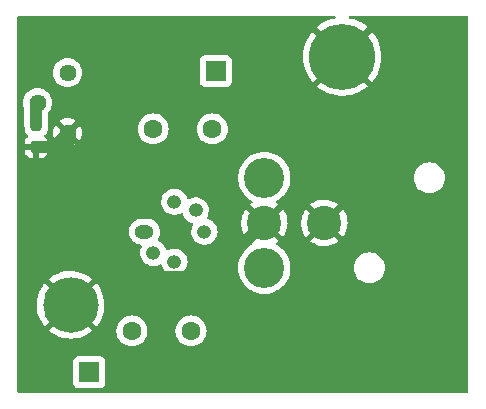
<source format=gbr>
%TF.GenerationSoftware,KiCad,Pcbnew,(6.0.4)*%
%TF.CreationDate,2022-05-05T09:19:18-04:00*%
%TF.ProjectId,preamp,70726561-6d70-42e6-9b69-6361645f7063,rev?*%
%TF.SameCoordinates,Original*%
%TF.FileFunction,Copper,L2,Bot*%
%TF.FilePolarity,Positive*%
%FSLAX46Y46*%
G04 Gerber Fmt 4.6, Leading zero omitted, Abs format (unit mm)*
G04 Created by KiCad (PCBNEW (6.0.4)) date 2022-05-05 09:19:18*
%MOMM*%
%LPD*%
G01*
G04 APERTURE LIST*
G04 Aperture macros list*
%AMRoundRect*
0 Rectangle with rounded corners*
0 $1 Rounding radius*
0 $2 $3 $4 $5 $6 $7 $8 $9 X,Y pos of 4 corners*
0 Add a 4 corners polygon primitive as box body*
4,1,4,$2,$3,$4,$5,$6,$7,$8,$9,$2,$3,0*
0 Add four circle primitives for the rounded corners*
1,1,$1+$1,$2,$3*
1,1,$1+$1,$4,$5*
1,1,$1+$1,$6,$7*
1,1,$1+$1,$8,$9*
0 Add four rect primitives between the rounded corners*
20,1,$1+$1,$2,$3,$4,$5,0*
20,1,$1+$1,$4,$5,$6,$7,0*
20,1,$1+$1,$6,$7,$8,$9,0*
20,1,$1+$1,$8,$9,$2,$3,0*%
G04 Aperture macros list end*
%TA.AperFunction,ComponentPad*%
%ADD10C,1.600000*%
%TD*%
%TA.AperFunction,ComponentPad*%
%ADD11C,5.600000*%
%TD*%
%TA.AperFunction,ComponentPad*%
%ADD12C,3.400000*%
%TD*%
%TA.AperFunction,ComponentPad*%
%ADD13C,2.900000*%
%TD*%
%TA.AperFunction,ComponentPad*%
%ADD14R,1.700000X1.700000*%
%TD*%
%TA.AperFunction,ComponentPad*%
%ADD15O,1.600000X1.200000*%
%TD*%
%TA.AperFunction,ComponentPad*%
%ADD16O,1.200000X1.200000*%
%TD*%
%TA.AperFunction,ComponentPad*%
%ADD17C,4.700000*%
%TD*%
%TA.AperFunction,ComponentPad*%
%ADD18C,1.440000*%
%TD*%
%TA.AperFunction,SMDPad,CuDef*%
%ADD19RoundRect,0.237500X-0.237500X0.250000X-0.237500X-0.250000X0.237500X-0.250000X0.237500X0.250000X0*%
%TD*%
%TA.AperFunction,ViaPad*%
%ADD20C,0.800000*%
%TD*%
%TA.AperFunction,Conductor*%
%ADD21C,1.000000*%
%TD*%
G04 APERTURE END LIST*
D10*
%TO.P,C3,1*%
%TO.N,Net-(C3-Pad1)*%
X104000000Y-75100000D03*
%TO.P,C3,2*%
%TO.N,Net-(C3-Pad2)*%
X109000000Y-75100000D03*
%TD*%
D11*
%TO.P,H2,1,1*%
%TO.N,GND*%
X120000000Y-69000000D03*
%TD*%
D12*
%TO.P,J1,1*%
%TO.N,Net-(J1-Pad1)*%
X113410000Y-86860000D03*
%TO.P,J1,2*%
%TO.N,Net-(J1-Pad2)*%
X113410000Y-79240000D03*
D13*
%TO.P,J1,3*%
%TO.N,GND*%
X113410000Y-83050000D03*
%TO.P,J1,G*%
X118490000Y-83050000D03*
%TD*%
D14*
%TO.P,TP1,1,1*%
%TO.N,Net-(C1-Pad1)*%
X98600000Y-95700000D03*
%TD*%
%TO.P,TP2,1,1*%
%TO.N,Net-(C3-Pad2)*%
X109300000Y-70200000D03*
%TD*%
D10*
%TO.P,C1,1*%
%TO.N,Net-(C1-Pad1)*%
X102200000Y-92200000D03*
%TO.P,C1,2*%
%TO.N,Net-(C1-Pad2)*%
X107200000Y-92200000D03*
%TD*%
D15*
%TO.P,Q1,1,S1*%
%TO.N,Net-(Q1-Pad1)*%
X103260000Y-83800000D03*
D16*
%TO.P,Q1,2,D1*%
%TO.N,Net-(J1-Pad1)*%
X104003949Y-85596051D03*
%TO.P,Q1,3,G1*%
%TO.N,Net-(C1-Pad2)*%
X105800000Y-86340000D03*
%TO.P,Q1,4,S2*%
%TO.N,Net-(Q1-Pad4)*%
X108340000Y-83800000D03*
%TO.P,Q1,5,D2*%
%TO.N,Net-(J1-Pad2)*%
X107596051Y-82003949D03*
%TO.P,Q1,6,G2*%
%TO.N,Net-(C3-Pad1)*%
X105800000Y-81260000D03*
%TD*%
D17*
%TO.P,H1,1,1*%
%TO.N,GND*%
X97000000Y-90000000D03*
%TD*%
D18*
%TO.P,RV1,1,1*%
%TO.N,Net-(Q2-Pad3)*%
X96750000Y-70350000D03*
%TO.P,RV1,2,2*%
%TO.N,Net-(C2-Pad1)*%
X94210000Y-72890000D03*
%TO.P,RV1,3,3*%
%TO.N,GND*%
X96750000Y-75430000D03*
%TD*%
D19*
%TO.P,C2,1*%
%TO.N,Net-(C2-Pad1)*%
X94100000Y-74787500D03*
%TO.P,C2,2*%
%TO.N,GND*%
X94100000Y-76612500D03*
%TD*%
D20*
%TO.N,GND*%
X100300000Y-86100000D03*
%TD*%
D21*
%TO.N,GND*%
X101839511Y-87639511D02*
X108820489Y-87639511D01*
X108820489Y-87639511D02*
X113410000Y-83050000D01*
%TO.N,Net-(C2-Pad1)*%
X94100000Y-73000000D02*
X94210000Y-72890000D01*
X94100000Y-74787500D02*
X94100000Y-73000000D01*
%TO.N,GND*%
X96750000Y-75430000D02*
X96750000Y-82550000D01*
X96750000Y-82550000D02*
X100300000Y-86100000D01*
X95567500Y-76612500D02*
X96750000Y-75430000D01*
X100300000Y-86100000D02*
X101839511Y-87639511D01*
X94100000Y-76612500D02*
X95567500Y-76612500D01*
%TD*%
%TA.AperFunction,Conductor*%
%TO.N,GND*%
G36*
X119383879Y-65528502D02*
G01*
X119430372Y-65582158D01*
X119440476Y-65652432D01*
X119410982Y-65717012D01*
X119351256Y-65755396D01*
X119342600Y-65757608D01*
X119123586Y-65805361D01*
X119117011Y-65807172D01*
X118783683Y-65918702D01*
X118777361Y-65921205D01*
X118458034Y-66068079D01*
X118451991Y-66071265D01*
X118150401Y-66251763D01*
X118144755Y-66255571D01*
X117864408Y-66467596D01*
X117859211Y-66471987D01*
X117857972Y-66473155D01*
X117849950Y-66486862D01*
X117849986Y-66487704D01*
X117855037Y-66495826D01*
X119987190Y-68627980D01*
X120001131Y-68635592D01*
X120002966Y-68635461D01*
X120009580Y-68631210D01*
X122142798Y-66497991D01*
X122150412Y-66484047D01*
X122150344Y-66483089D01*
X122145836Y-66476272D01*
X122144418Y-66475065D01*
X121864813Y-66262064D01*
X121859187Y-66258240D01*
X121558214Y-66076681D01*
X121552202Y-66073484D01*
X121233370Y-65925487D01*
X121227070Y-65922967D01*
X120894129Y-65810273D01*
X120887551Y-65808437D01*
X120657846Y-65757513D01*
X120595669Y-65723241D01*
X120561891Y-65660795D01*
X120567237Y-65590000D01*
X120610009Y-65533333D01*
X120676627Y-65508786D01*
X120685117Y-65508500D01*
X130565500Y-65508500D01*
X130633621Y-65528502D01*
X130680114Y-65582158D01*
X130691500Y-65634500D01*
X130691500Y-97365500D01*
X130671498Y-97433621D01*
X130617842Y-97480114D01*
X130565500Y-97491500D01*
X92634500Y-97491500D01*
X92566379Y-97471498D01*
X92519886Y-97417842D01*
X92508500Y-97365500D01*
X92508500Y-96598134D01*
X97241500Y-96598134D01*
X97248255Y-96660316D01*
X97299385Y-96796705D01*
X97386739Y-96913261D01*
X97503295Y-97000615D01*
X97639684Y-97051745D01*
X97701866Y-97058500D01*
X99498134Y-97058500D01*
X99560316Y-97051745D01*
X99696705Y-97000615D01*
X99813261Y-96913261D01*
X99900615Y-96796705D01*
X99951745Y-96660316D01*
X99958500Y-96598134D01*
X99958500Y-94801866D01*
X99951745Y-94739684D01*
X99900615Y-94603295D01*
X99813261Y-94486739D01*
X99696705Y-94399385D01*
X99560316Y-94348255D01*
X99498134Y-94341500D01*
X97701866Y-94341500D01*
X97639684Y-94348255D01*
X97503295Y-94399385D01*
X97386739Y-94486739D01*
X97299385Y-94603295D01*
X97248255Y-94739684D01*
X97241500Y-94801866D01*
X97241500Y-96598134D01*
X92508500Y-96598134D01*
X92508500Y-92195492D01*
X95170049Y-92195492D01*
X95170067Y-92195745D01*
X95175981Y-92204488D01*
X95195672Y-92222405D01*
X95201304Y-92226966D01*
X95463062Y-92415058D01*
X95469192Y-92418948D01*
X95750831Y-92575706D01*
X95757351Y-92578858D01*
X96055151Y-92702211D01*
X96062002Y-92704597D01*
X96371989Y-92792899D01*
X96379078Y-92794484D01*
X96697171Y-92846574D01*
X96704377Y-92847331D01*
X97026352Y-92862515D01*
X97033602Y-92862439D01*
X97355178Y-92840517D01*
X97362387Y-92839606D01*
X97679319Y-92780866D01*
X97686349Y-92779139D01*
X97994445Y-92684356D01*
X98001222Y-92681836D01*
X98296389Y-92552267D01*
X98302829Y-92548986D01*
X98581143Y-92386352D01*
X98587176Y-92382343D01*
X98821689Y-92206266D01*
X98826366Y-92200000D01*
X100886502Y-92200000D01*
X100906457Y-92428087D01*
X100965716Y-92649243D01*
X100968039Y-92654224D01*
X100968039Y-92654225D01*
X101060151Y-92851762D01*
X101060154Y-92851767D01*
X101062477Y-92856749D01*
X101193802Y-93044300D01*
X101355700Y-93206198D01*
X101360208Y-93209355D01*
X101360211Y-93209357D01*
X101438389Y-93264098D01*
X101543251Y-93337523D01*
X101548233Y-93339846D01*
X101548238Y-93339849D01*
X101745775Y-93431961D01*
X101750757Y-93434284D01*
X101756065Y-93435706D01*
X101756067Y-93435707D01*
X101966598Y-93492119D01*
X101966600Y-93492119D01*
X101971913Y-93493543D01*
X102200000Y-93513498D01*
X102428087Y-93493543D01*
X102433400Y-93492119D01*
X102433402Y-93492119D01*
X102643933Y-93435707D01*
X102643935Y-93435706D01*
X102649243Y-93434284D01*
X102654225Y-93431961D01*
X102851762Y-93339849D01*
X102851767Y-93339846D01*
X102856749Y-93337523D01*
X102961611Y-93264098D01*
X103039789Y-93209357D01*
X103039792Y-93209355D01*
X103044300Y-93206198D01*
X103206198Y-93044300D01*
X103337523Y-92856749D01*
X103339846Y-92851767D01*
X103339849Y-92851762D01*
X103431961Y-92654225D01*
X103431961Y-92654224D01*
X103434284Y-92649243D01*
X103493543Y-92428087D01*
X103513498Y-92200000D01*
X105886502Y-92200000D01*
X105906457Y-92428087D01*
X105965716Y-92649243D01*
X105968039Y-92654224D01*
X105968039Y-92654225D01*
X106060151Y-92851762D01*
X106060154Y-92851767D01*
X106062477Y-92856749D01*
X106193802Y-93044300D01*
X106355700Y-93206198D01*
X106360208Y-93209355D01*
X106360211Y-93209357D01*
X106438389Y-93264098D01*
X106543251Y-93337523D01*
X106548233Y-93339846D01*
X106548238Y-93339849D01*
X106745775Y-93431961D01*
X106750757Y-93434284D01*
X106756065Y-93435706D01*
X106756067Y-93435707D01*
X106966598Y-93492119D01*
X106966600Y-93492119D01*
X106971913Y-93493543D01*
X107200000Y-93513498D01*
X107428087Y-93493543D01*
X107433400Y-93492119D01*
X107433402Y-93492119D01*
X107643933Y-93435707D01*
X107643935Y-93435706D01*
X107649243Y-93434284D01*
X107654225Y-93431961D01*
X107851762Y-93339849D01*
X107851767Y-93339846D01*
X107856749Y-93337523D01*
X107961611Y-93264098D01*
X108039789Y-93209357D01*
X108039792Y-93209355D01*
X108044300Y-93206198D01*
X108206198Y-93044300D01*
X108337523Y-92856749D01*
X108339846Y-92851767D01*
X108339849Y-92851762D01*
X108431961Y-92654225D01*
X108431961Y-92654224D01*
X108434284Y-92649243D01*
X108493543Y-92428087D01*
X108513498Y-92200000D01*
X108493543Y-91971913D01*
X108434284Y-91750757D01*
X108415130Y-91709681D01*
X108339849Y-91548238D01*
X108339846Y-91548233D01*
X108337523Y-91543251D01*
X108206198Y-91355700D01*
X108044300Y-91193802D01*
X108039792Y-91190645D01*
X108039789Y-91190643D01*
X107958280Y-91133570D01*
X107856749Y-91062477D01*
X107851767Y-91060154D01*
X107851762Y-91060151D01*
X107654225Y-90968039D01*
X107654224Y-90968039D01*
X107649243Y-90965716D01*
X107643935Y-90964294D01*
X107643933Y-90964293D01*
X107433402Y-90907881D01*
X107433400Y-90907881D01*
X107428087Y-90906457D01*
X107200000Y-90886502D01*
X106971913Y-90906457D01*
X106966600Y-90907881D01*
X106966598Y-90907881D01*
X106756067Y-90964293D01*
X106756065Y-90964294D01*
X106750757Y-90965716D01*
X106745776Y-90968039D01*
X106745775Y-90968039D01*
X106548238Y-91060151D01*
X106548233Y-91060154D01*
X106543251Y-91062477D01*
X106441720Y-91133570D01*
X106360211Y-91190643D01*
X106360208Y-91190645D01*
X106355700Y-91193802D01*
X106193802Y-91355700D01*
X106062477Y-91543251D01*
X106060154Y-91548233D01*
X106060151Y-91548238D01*
X105984870Y-91709681D01*
X105965716Y-91750757D01*
X105906457Y-91971913D01*
X105886502Y-92200000D01*
X103513498Y-92200000D01*
X103493543Y-91971913D01*
X103434284Y-91750757D01*
X103415130Y-91709681D01*
X103339849Y-91548238D01*
X103339846Y-91548233D01*
X103337523Y-91543251D01*
X103206198Y-91355700D01*
X103044300Y-91193802D01*
X103039792Y-91190645D01*
X103039789Y-91190643D01*
X102958280Y-91133570D01*
X102856749Y-91062477D01*
X102851767Y-91060154D01*
X102851762Y-91060151D01*
X102654225Y-90968039D01*
X102654224Y-90968039D01*
X102649243Y-90965716D01*
X102643935Y-90964294D01*
X102643933Y-90964293D01*
X102433402Y-90907881D01*
X102433400Y-90907881D01*
X102428087Y-90906457D01*
X102200000Y-90886502D01*
X101971913Y-90906457D01*
X101966600Y-90907881D01*
X101966598Y-90907881D01*
X101756067Y-90964293D01*
X101756065Y-90964294D01*
X101750757Y-90965716D01*
X101745776Y-90968039D01*
X101745775Y-90968039D01*
X101548238Y-91060151D01*
X101548233Y-91060154D01*
X101543251Y-91062477D01*
X101441720Y-91133570D01*
X101360211Y-91190643D01*
X101360208Y-91190645D01*
X101355700Y-91193802D01*
X101193802Y-91355700D01*
X101062477Y-91543251D01*
X101060154Y-91548233D01*
X101060151Y-91548238D01*
X100984870Y-91709681D01*
X100965716Y-91750757D01*
X100906457Y-91971913D01*
X100886502Y-92200000D01*
X98826366Y-92200000D01*
X98830143Y-92194939D01*
X98823398Y-92182609D01*
X97012810Y-90372020D01*
X96998869Y-90364408D01*
X96997034Y-90364539D01*
X96990420Y-90368790D01*
X95177663Y-92181548D01*
X95170049Y-92195492D01*
X92508500Y-92195492D01*
X92508500Y-89913708D01*
X94138665Y-89913708D01*
X94147102Y-90235932D01*
X94147708Y-90243148D01*
X94193126Y-90562264D01*
X94194560Y-90569375D01*
X94276356Y-90881164D01*
X94278593Y-90888047D01*
X94395679Y-91188358D01*
X94398699Y-91194956D01*
X94549532Y-91479831D01*
X94553278Y-91486016D01*
X94735856Y-91751668D01*
X94740291Y-91757387D01*
X94795061Y-91820170D01*
X94808233Y-91828573D01*
X94818084Y-91822705D01*
X96627980Y-90012810D01*
X96634357Y-90001131D01*
X97364408Y-90001131D01*
X97364539Y-90002966D01*
X97368790Y-90009580D01*
X99179776Y-91820565D01*
X99193130Y-91827857D01*
X99203102Y-91820803D01*
X99296013Y-91709681D01*
X99300329Y-91703870D01*
X99477308Y-91434447D01*
X99480922Y-91428185D01*
X99625759Y-91140208D01*
X99628632Y-91133570D01*
X99739407Y-90830864D01*
X99741503Y-90823923D01*
X99816751Y-90510495D01*
X99818035Y-90503356D01*
X99856858Y-90182538D01*
X99857282Y-90176968D01*
X99862755Y-90002797D01*
X99862682Y-89997204D01*
X99844079Y-89674573D01*
X99843247Y-89667383D01*
X99787828Y-89349840D01*
X99786173Y-89342785D01*
X99694627Y-89033733D01*
X99692170Y-89026908D01*
X99565706Y-88730417D01*
X99562485Y-88723928D01*
X99402773Y-88443924D01*
X99398841Y-88437869D01*
X99208003Y-88178075D01*
X99206760Y-88176573D01*
X99194037Y-88169007D01*
X99193431Y-88169028D01*
X99184951Y-88174260D01*
X97372020Y-89987190D01*
X97364408Y-90001131D01*
X96634357Y-90001131D01*
X96635592Y-89998869D01*
X96635461Y-89997034D01*
X96631210Y-89990420D01*
X94819218Y-88178429D01*
X94806425Y-88171443D01*
X94795671Y-88179308D01*
X94651419Y-88363280D01*
X94647284Y-88369229D01*
X94478856Y-88644078D01*
X94475445Y-88650439D01*
X94339724Y-88942826D01*
X94337056Y-88949564D01*
X94235845Y-89255596D01*
X94233969Y-89262600D01*
X94168604Y-89578237D01*
X94167547Y-89585398D01*
X94138893Y-89906455D01*
X94138665Y-89913708D01*
X92508500Y-89913708D01*
X92508500Y-87807762D01*
X95171846Y-87807762D01*
X95178241Y-87819030D01*
X96987190Y-89627980D01*
X97001131Y-89635592D01*
X97002966Y-89635461D01*
X97009580Y-89631210D01*
X98820675Y-87820114D01*
X98828067Y-87806577D01*
X98821279Y-87796875D01*
X98733637Y-87722022D01*
X98727849Y-87717629D01*
X98460314Y-87537852D01*
X98454091Y-87534172D01*
X98167643Y-87386325D01*
X98161032Y-87383382D01*
X97859507Y-87269445D01*
X97852581Y-87267274D01*
X97539957Y-87188749D01*
X97532850Y-87187393D01*
X97213273Y-87145319D01*
X97206031Y-87144788D01*
X96883759Y-87139725D01*
X96876497Y-87140029D01*
X96555761Y-87172043D01*
X96548613Y-87173175D01*
X96233670Y-87241844D01*
X96226692Y-87243792D01*
X95921727Y-87348205D01*
X95915033Y-87350937D01*
X95624090Y-87489710D01*
X95617735Y-87493204D01*
X95344694Y-87664482D01*
X95338766Y-87668694D01*
X95180316Y-87795636D01*
X95171846Y-87807762D01*
X92508500Y-87807762D01*
X92508500Y-83745604D01*
X101947787Y-83745604D01*
X101957567Y-83956899D01*
X101958971Y-83962724D01*
X101958971Y-83962725D01*
X101980706Y-84052910D01*
X102007125Y-84162534D01*
X102009607Y-84167992D01*
X102009608Y-84167996D01*
X102053053Y-84263546D01*
X102094674Y-84355087D01*
X102217054Y-84527611D01*
X102369850Y-84673881D01*
X102547548Y-84788620D01*
X102607646Y-84812840D01*
X102738168Y-84865442D01*
X102738171Y-84865443D01*
X102743737Y-84867686D01*
X102775091Y-84873809D01*
X102931892Y-84904431D01*
X102994916Y-84937119D01*
X103030263Y-84998691D01*
X103026710Y-85069599D01*
X103019253Y-85086757D01*
X102975441Y-85170029D01*
X102915027Y-85364594D01*
X102891081Y-85566910D01*
X102904406Y-85770202D01*
X102954554Y-85967661D01*
X103039847Y-86152675D01*
X103157428Y-86319048D01*
X103303359Y-86461208D01*
X103308155Y-86464413D01*
X103308158Y-86464415D01*
X103429737Y-86545651D01*
X103472752Y-86574393D01*
X103478055Y-86576671D01*
X103478058Y-86576673D01*
X103626396Y-86640404D01*
X103659936Y-86654814D01*
X103732766Y-86671294D01*
X103853004Y-86698501D01*
X103853009Y-86698502D01*
X103858641Y-86699776D01*
X103864412Y-86700003D01*
X103864414Y-86700003D01*
X103927419Y-86702478D01*
X104062212Y-86707774D01*
X104263832Y-86678541D01*
X104269296Y-86676686D01*
X104269301Y-86676685D01*
X104451276Y-86614913D01*
X104451281Y-86614911D01*
X104456748Y-86613055D01*
X104548834Y-86561484D01*
X104618040Y-86545651D01*
X104684822Y-86569748D01*
X104727975Y-86626124D01*
X104732521Y-86640404D01*
X104750605Y-86711610D01*
X104835898Y-86896624D01*
X104953479Y-87062997D01*
X105099410Y-87205157D01*
X105104206Y-87208362D01*
X105104209Y-87208364D01*
X105242264Y-87300609D01*
X105268803Y-87318342D01*
X105274106Y-87320620D01*
X105274109Y-87320622D01*
X105363115Y-87358862D01*
X105455987Y-87398763D01*
X105528817Y-87415243D01*
X105649055Y-87442450D01*
X105649060Y-87442451D01*
X105654692Y-87443725D01*
X105660463Y-87443952D01*
X105660465Y-87443952D01*
X105723470Y-87446427D01*
X105858263Y-87451723D01*
X106059883Y-87422490D01*
X106065347Y-87420635D01*
X106065352Y-87420634D01*
X106247327Y-87358862D01*
X106247332Y-87358860D01*
X106252799Y-87357004D01*
X106263633Y-87350937D01*
X106347564Y-87303933D01*
X106430551Y-87257458D01*
X106587186Y-87127186D01*
X106717458Y-86970551D01*
X106779370Y-86860000D01*
X111196761Y-86860000D01*
X111197031Y-86864119D01*
X111215096Y-87139725D01*
X111215696Y-87148886D01*
X111216500Y-87152926D01*
X111216500Y-87152929D01*
X111270119Y-87422490D01*
X111272175Y-87432828D01*
X111273501Y-87436734D01*
X111273502Y-87436738D01*
X111306577Y-87534172D01*
X111365234Y-87706970D01*
X111493279Y-87966619D01*
X111654119Y-88207335D01*
X111656831Y-88210427D01*
X111656836Y-88210434D01*
X111790880Y-88363280D01*
X111845004Y-88424996D01*
X111848093Y-88427705D01*
X112059565Y-88613163D01*
X112059571Y-88613168D01*
X112062665Y-88615881D01*
X112303380Y-88776721D01*
X112307079Y-88778545D01*
X112307084Y-88778548D01*
X112559335Y-88902944D01*
X112563030Y-88904766D01*
X112566928Y-88906089D01*
X112566930Y-88906090D01*
X112833262Y-88996498D01*
X112833266Y-88996499D01*
X112837172Y-88997825D01*
X112841216Y-88998629D01*
X112841222Y-88998631D01*
X113117071Y-89053500D01*
X113117074Y-89053500D01*
X113121114Y-89054304D01*
X113125225Y-89054573D01*
X113125229Y-89054574D01*
X113405881Y-89072969D01*
X113410000Y-89073239D01*
X113414119Y-89072969D01*
X113694771Y-89054574D01*
X113694775Y-89054573D01*
X113698886Y-89054304D01*
X113702926Y-89053500D01*
X113702929Y-89053500D01*
X113978778Y-88998631D01*
X113978784Y-88998629D01*
X113982828Y-88997825D01*
X113986734Y-88996499D01*
X113986738Y-88996498D01*
X114253070Y-88906090D01*
X114253072Y-88906089D01*
X114256970Y-88904766D01*
X114260665Y-88902944D01*
X114512916Y-88778548D01*
X114512921Y-88778545D01*
X114516620Y-88776721D01*
X114757335Y-88615881D01*
X114760429Y-88613168D01*
X114760435Y-88613163D01*
X114971907Y-88427705D01*
X114974996Y-88424996D01*
X115029120Y-88363280D01*
X115163164Y-88210434D01*
X115163169Y-88210427D01*
X115165881Y-88207335D01*
X115326721Y-87966619D01*
X115454766Y-87706970D01*
X115513423Y-87534172D01*
X115546498Y-87436738D01*
X115546499Y-87436734D01*
X115547825Y-87432828D01*
X115549882Y-87422490D01*
X115603500Y-87152929D01*
X115603500Y-87152926D01*
X115604304Y-87148886D01*
X115604905Y-87139725D01*
X115622969Y-86864119D01*
X115623239Y-86860000D01*
X120986502Y-86860000D01*
X121006457Y-87088087D01*
X121007881Y-87093400D01*
X121007881Y-87093402D01*
X121021646Y-87144771D01*
X121065716Y-87309243D01*
X121068039Y-87314224D01*
X121068039Y-87314225D01*
X121160151Y-87511762D01*
X121160154Y-87511767D01*
X121162477Y-87516749D01*
X121293802Y-87704300D01*
X121455700Y-87866198D01*
X121460208Y-87869355D01*
X121460211Y-87869357D01*
X121538389Y-87924098D01*
X121643251Y-87997523D01*
X121648233Y-87999846D01*
X121648238Y-87999849D01*
X121845775Y-88091961D01*
X121850757Y-88094284D01*
X121856065Y-88095706D01*
X121856067Y-88095707D01*
X122066598Y-88152119D01*
X122066600Y-88152119D01*
X122071913Y-88153543D01*
X122171480Y-88162254D01*
X122240149Y-88168262D01*
X122240156Y-88168262D01*
X122242873Y-88168500D01*
X122357127Y-88168500D01*
X122359844Y-88168262D01*
X122359851Y-88168262D01*
X122428520Y-88162254D01*
X122528087Y-88153543D01*
X122533400Y-88152119D01*
X122533402Y-88152119D01*
X122743933Y-88095707D01*
X122743935Y-88095706D01*
X122749243Y-88094284D01*
X122754225Y-88091961D01*
X122951762Y-87999849D01*
X122951767Y-87999846D01*
X122956749Y-87997523D01*
X123061611Y-87924098D01*
X123139789Y-87869357D01*
X123139792Y-87869355D01*
X123144300Y-87866198D01*
X123306198Y-87704300D01*
X123437523Y-87516749D01*
X123439846Y-87511767D01*
X123439849Y-87511762D01*
X123531961Y-87314225D01*
X123531961Y-87314224D01*
X123534284Y-87309243D01*
X123578355Y-87144771D01*
X123592119Y-87093402D01*
X123592119Y-87093400D01*
X123593543Y-87088087D01*
X123613498Y-86860000D01*
X123593543Y-86631913D01*
X123584961Y-86599883D01*
X123535707Y-86416067D01*
X123535706Y-86416065D01*
X123534284Y-86410757D01*
X123499567Y-86336305D01*
X123439849Y-86208238D01*
X123439846Y-86208233D01*
X123437523Y-86203251D01*
X123306198Y-86015700D01*
X123144300Y-85853802D01*
X123139792Y-85850645D01*
X123139789Y-85850643D01*
X123061611Y-85795902D01*
X122956749Y-85722477D01*
X122951767Y-85720154D01*
X122951762Y-85720151D01*
X122754225Y-85628039D01*
X122754224Y-85628039D01*
X122749243Y-85625716D01*
X122743935Y-85624294D01*
X122743933Y-85624293D01*
X122533402Y-85567881D01*
X122533400Y-85567881D01*
X122528087Y-85566457D01*
X122428520Y-85557746D01*
X122359851Y-85551738D01*
X122359844Y-85551738D01*
X122357127Y-85551500D01*
X122242873Y-85551500D01*
X122240156Y-85551738D01*
X122240149Y-85551738D01*
X122171480Y-85557746D01*
X122071913Y-85566457D01*
X122066600Y-85567881D01*
X122066598Y-85567881D01*
X121856067Y-85624293D01*
X121856065Y-85624294D01*
X121850757Y-85625716D01*
X121845776Y-85628039D01*
X121845775Y-85628039D01*
X121648238Y-85720151D01*
X121648233Y-85720154D01*
X121643251Y-85722477D01*
X121538389Y-85795902D01*
X121460211Y-85850643D01*
X121460208Y-85850645D01*
X121455700Y-85853802D01*
X121293802Y-86015700D01*
X121162477Y-86203251D01*
X121160154Y-86208233D01*
X121160151Y-86208238D01*
X121100433Y-86336305D01*
X121065716Y-86410757D01*
X121064294Y-86416065D01*
X121064293Y-86416067D01*
X121015039Y-86599883D01*
X121006457Y-86631913D01*
X120986502Y-86860000D01*
X115623239Y-86860000D01*
X115613513Y-86711610D01*
X115604574Y-86575229D01*
X115604573Y-86575225D01*
X115604304Y-86571114D01*
X115599239Y-86545651D01*
X115548631Y-86291222D01*
X115548629Y-86291216D01*
X115547825Y-86287172D01*
X115521031Y-86208238D01*
X115456090Y-86016930D01*
X115456089Y-86016928D01*
X115454766Y-86013030D01*
X115434980Y-85972907D01*
X115328550Y-85757090D01*
X115326721Y-85753381D01*
X115165881Y-85512665D01*
X115163169Y-85509573D01*
X115163164Y-85509566D01*
X114977705Y-85298093D01*
X114974996Y-85295004D01*
X114939307Y-85263705D01*
X114760435Y-85106837D01*
X114760429Y-85106832D01*
X114757335Y-85104119D01*
X114516620Y-84943279D01*
X114512922Y-84941455D01*
X114512911Y-84941449D01*
X114473219Y-84921876D01*
X114420969Y-84873809D01*
X114403002Y-84805123D01*
X114425021Y-84737627D01*
X114458944Y-84704105D01*
X114591318Y-84615656D01*
X114599606Y-84605738D01*
X114598383Y-84603348D01*
X117301819Y-84603348D01*
X117309209Y-84613650D01*
X117357808Y-84653217D01*
X117365084Y-84658330D01*
X117594999Y-84796750D01*
X117602913Y-84800783D01*
X117850048Y-84905431D01*
X117858453Y-84908308D01*
X118117873Y-84977093D01*
X118126585Y-84978755D01*
X118393114Y-85010300D01*
X118401979Y-85010718D01*
X118670278Y-85004395D01*
X118679133Y-85003558D01*
X118943864Y-84959495D01*
X118952498Y-84957422D01*
X119208383Y-84876496D01*
X119216644Y-84873225D01*
X119458567Y-84757055D01*
X119466292Y-84752649D01*
X119671318Y-84615656D01*
X119679606Y-84605738D01*
X119672350Y-84591560D01*
X118502812Y-83422022D01*
X118488868Y-83414408D01*
X118487035Y-83414539D01*
X118480420Y-83418790D01*
X117308985Y-84590225D01*
X117301819Y-84603348D01*
X114598383Y-84603348D01*
X114592350Y-84591560D01*
X113422812Y-83422022D01*
X113408868Y-83414408D01*
X113407035Y-83414539D01*
X113400420Y-83418790D01*
X112228985Y-84590225D01*
X112221819Y-84603348D01*
X112229209Y-84613650D01*
X112277808Y-84653217D01*
X112285084Y-84658330D01*
X112355927Y-84700981D01*
X112403971Y-84753253D01*
X112416127Y-84823201D01*
X112388537Y-84888617D01*
X112346665Y-84921933D01*
X112303381Y-84943279D01*
X112062665Y-85104119D01*
X112059573Y-85106831D01*
X112059566Y-85106836D01*
X111880693Y-85263705D01*
X111845004Y-85295004D01*
X111842295Y-85298093D01*
X111656836Y-85509566D01*
X111656831Y-85509573D01*
X111654119Y-85512665D01*
X111493279Y-85753381D01*
X111491450Y-85757090D01*
X111385021Y-85972907D01*
X111365234Y-86013030D01*
X111363911Y-86016928D01*
X111363910Y-86016930D01*
X111298970Y-86208238D01*
X111272175Y-86287172D01*
X111271371Y-86291216D01*
X111271369Y-86291222D01*
X111220761Y-86545651D01*
X111215696Y-86571114D01*
X111215427Y-86575225D01*
X111215426Y-86575229D01*
X111206487Y-86711610D01*
X111196761Y-86860000D01*
X106779370Y-86860000D01*
X106817004Y-86792799D01*
X106818860Y-86787332D01*
X106818862Y-86787327D01*
X106880634Y-86605352D01*
X106880635Y-86605347D01*
X106882490Y-86599883D01*
X106911723Y-86398263D01*
X106913249Y-86340000D01*
X106894608Y-86137126D01*
X106839307Y-85941047D01*
X106749201Y-85758329D01*
X106724787Y-85725634D01*
X106630758Y-85599715D01*
X106630758Y-85599714D01*
X106627305Y-85595091D01*
X106477703Y-85456800D01*
X106431675Y-85427759D01*
X106310288Y-85351169D01*
X106310283Y-85351167D01*
X106305404Y-85348088D01*
X106116180Y-85272595D01*
X105916366Y-85232849D01*
X105910592Y-85232773D01*
X105910588Y-85232773D01*
X105807452Y-85231424D01*
X105712655Y-85230183D01*
X105706958Y-85231162D01*
X105706957Y-85231162D01*
X105517567Y-85263705D01*
X105511870Y-85264684D01*
X105320734Y-85335198D01*
X105257596Y-85372761D01*
X105188827Y-85390401D01*
X105121437Y-85368061D01*
X105076823Y-85312833D01*
X105071905Y-85298678D01*
X105044824Y-85202657D01*
X105044823Y-85202655D01*
X105043256Y-85197098D01*
X105032629Y-85175547D01*
X104955705Y-85019561D01*
X104953150Y-85014380D01*
X104941435Y-84998691D01*
X104834707Y-84855766D01*
X104834707Y-84855765D01*
X104831254Y-84851142D01*
X104724705Y-84752649D01*
X104685892Y-84716770D01*
X104685889Y-84716768D01*
X104681652Y-84712851D01*
X104611144Y-84668364D01*
X104514237Y-84607220D01*
X104514232Y-84607218D01*
X104509353Y-84604139D01*
X104454641Y-84582311D01*
X104398781Y-84538490D01*
X104375481Y-84471426D01*
X104392266Y-84402188D01*
X104472473Y-84263546D01*
X104541861Y-84063729D01*
X104543430Y-84052910D01*
X104571352Y-83860336D01*
X104571352Y-83860333D01*
X104572213Y-83854396D01*
X104562433Y-83643101D01*
X104512875Y-83437466D01*
X104504384Y-83418790D01*
X104427806Y-83250368D01*
X104425326Y-83244913D01*
X104302946Y-83072389D01*
X104150150Y-82926119D01*
X103972452Y-82811380D01*
X103867425Y-82769053D01*
X103781832Y-82734558D01*
X103781829Y-82734557D01*
X103776263Y-82732314D01*
X103568663Y-82691772D01*
X103563101Y-82691500D01*
X103007154Y-82691500D01*
X102849434Y-82706548D01*
X102646466Y-82766092D01*
X102641139Y-82768836D01*
X102641138Y-82768836D01*
X102463751Y-82860196D01*
X102463748Y-82860198D01*
X102458420Y-82862942D01*
X102292080Y-82993604D01*
X102288148Y-82998135D01*
X102288145Y-82998138D01*
X102193095Y-83107674D01*
X102153448Y-83153363D01*
X102150448Y-83158549D01*
X102150445Y-83158553D01*
X102091201Y-83260960D01*
X102047527Y-83336454D01*
X101978139Y-83536271D01*
X101977278Y-83542206D01*
X101977278Y-83542208D01*
X101952855Y-83710653D01*
X101947787Y-83745604D01*
X92508500Y-83745604D01*
X92508500Y-81230859D01*
X104687132Y-81230859D01*
X104700457Y-81434151D01*
X104750605Y-81631610D01*
X104835898Y-81816624D01*
X104953479Y-81982997D01*
X105099410Y-82125157D01*
X105104206Y-82128362D01*
X105104209Y-82128364D01*
X105197235Y-82190522D01*
X105268803Y-82238342D01*
X105274106Y-82240620D01*
X105274109Y-82240622D01*
X105422447Y-82304353D01*
X105455987Y-82318763D01*
X105528817Y-82335243D01*
X105649055Y-82362450D01*
X105649060Y-82362451D01*
X105654692Y-82363725D01*
X105660463Y-82363952D01*
X105660465Y-82363952D01*
X105723470Y-82366427D01*
X105858263Y-82371723D01*
X106059883Y-82342490D01*
X106065347Y-82340635D01*
X106065352Y-82340634D01*
X106247327Y-82278862D01*
X106247332Y-82278860D01*
X106252799Y-82277004D01*
X106344885Y-82225433D01*
X106414091Y-82209600D01*
X106480873Y-82233697D01*
X106524026Y-82290073D01*
X106528572Y-82304353D01*
X106546656Y-82375559D01*
X106631949Y-82560573D01*
X106749530Y-82726946D01*
X106755329Y-82732595D01*
X106886315Y-82860196D01*
X106895461Y-82869106D01*
X106900257Y-82872311D01*
X106900260Y-82872313D01*
X106962227Y-82913718D01*
X107064854Y-82982291D01*
X107070157Y-82984569D01*
X107070160Y-82984571D01*
X107234300Y-83055091D01*
X107252038Y-83062712D01*
X107291353Y-83071608D01*
X107353379Y-83106151D01*
X107386884Y-83168744D01*
X107381230Y-83239515D01*
X107375054Y-83253166D01*
X107311492Y-83373978D01*
X107251078Y-83568543D01*
X107227132Y-83770859D01*
X107240457Y-83974151D01*
X107290605Y-84171610D01*
X107375898Y-84356624D01*
X107493479Y-84522997D01*
X107639410Y-84665157D01*
X107644206Y-84668362D01*
X107644209Y-84668364D01*
X107706176Y-84709769D01*
X107808803Y-84778342D01*
X107814106Y-84780620D01*
X107814109Y-84780622D01*
X107969134Y-84847226D01*
X107995987Y-84858763D01*
X108062481Y-84873809D01*
X108189055Y-84902450D01*
X108189060Y-84902451D01*
X108194692Y-84903725D01*
X108200463Y-84903952D01*
X108200465Y-84903952D01*
X108263470Y-84906427D01*
X108398263Y-84911723D01*
X108599883Y-84882490D01*
X108605347Y-84880635D01*
X108605352Y-84880634D01*
X108787327Y-84818862D01*
X108787332Y-84818860D01*
X108792799Y-84817004D01*
X108970551Y-84717458D01*
X109127186Y-84587186D01*
X109257458Y-84430551D01*
X109348078Y-84268737D01*
X109354180Y-84257842D01*
X109354181Y-84257840D01*
X109357004Y-84252799D01*
X109358860Y-84247332D01*
X109358862Y-84247327D01*
X109420634Y-84065352D01*
X109420635Y-84065347D01*
X109422490Y-84059883D01*
X109451723Y-83858263D01*
X109453249Y-83800000D01*
X109439383Y-83649091D01*
X109435137Y-83602880D01*
X109435136Y-83602877D01*
X109434608Y-83597126D01*
X109415847Y-83530607D01*
X109380875Y-83406606D01*
X109380874Y-83406604D01*
X109379307Y-83401047D01*
X109368680Y-83379496D01*
X109291756Y-83223510D01*
X109289201Y-83218329D01*
X109270796Y-83193681D01*
X109170758Y-83059715D01*
X109170758Y-83059714D01*
X109167305Y-83055091D01*
X109099911Y-82992793D01*
X111448142Y-82992793D01*
X111458678Y-83260960D01*
X111459653Y-83269789D01*
X111507869Y-83533799D01*
X111510078Y-83542401D01*
X111595012Y-83796979D01*
X111598416Y-83805196D01*
X111718374Y-84045270D01*
X111722893Y-84052910D01*
X111845408Y-84230176D01*
X111855730Y-84238531D01*
X111869383Y-84231407D01*
X113037978Y-83062812D01*
X113044356Y-83051132D01*
X113774408Y-83051132D01*
X113774539Y-83052965D01*
X113778790Y-83059580D01*
X114951007Y-84231797D01*
X114964407Y-84239114D01*
X114974311Y-84232127D01*
X114995237Y-84207233D01*
X115000457Y-84200047D01*
X115142480Y-83972321D01*
X115146632Y-83964481D01*
X115255151Y-83719014D01*
X115258161Y-83710653D01*
X115331005Y-83452365D01*
X115332809Y-83443657D01*
X115368701Y-83176440D01*
X115369229Y-83170047D01*
X115372901Y-83053222D01*
X115372774Y-83046779D01*
X115368951Y-82992793D01*
X116528142Y-82992793D01*
X116538678Y-83260960D01*
X116539653Y-83269789D01*
X116587869Y-83533799D01*
X116590078Y-83542401D01*
X116675012Y-83796979D01*
X116678416Y-83805196D01*
X116798374Y-84045270D01*
X116802893Y-84052910D01*
X116925408Y-84230176D01*
X116935730Y-84238531D01*
X116949383Y-84231407D01*
X118117978Y-83062812D01*
X118124356Y-83051132D01*
X118854408Y-83051132D01*
X118854539Y-83052965D01*
X118858790Y-83059580D01*
X120031007Y-84231797D01*
X120044407Y-84239114D01*
X120054311Y-84232127D01*
X120075237Y-84207233D01*
X120080457Y-84200047D01*
X120222480Y-83972321D01*
X120226632Y-83964481D01*
X120335151Y-83719014D01*
X120338161Y-83710653D01*
X120411005Y-83452365D01*
X120412809Y-83443657D01*
X120448701Y-83176440D01*
X120449229Y-83170047D01*
X120452901Y-83053222D01*
X120452774Y-83046779D01*
X120433733Y-82777863D01*
X120432480Y-82769053D01*
X120375994Y-82506687D01*
X120373518Y-82498166D01*
X120280627Y-82246373D01*
X120276972Y-82238278D01*
X120149533Y-82002093D01*
X120144771Y-81994588D01*
X120053512Y-81871033D01*
X120042387Y-81862593D01*
X120029791Y-81869419D01*
X118862022Y-83037188D01*
X118854408Y-83051132D01*
X118124356Y-83051132D01*
X118125592Y-83048868D01*
X118125461Y-83047035D01*
X118121210Y-83040420D01*
X116950215Y-81869425D01*
X116937374Y-81862413D01*
X116926685Y-81870208D01*
X116869194Y-81943134D01*
X116864203Y-81950478D01*
X116729404Y-82182552D01*
X116725500Y-82190522D01*
X116624745Y-82439273D01*
X116622001Y-82447717D01*
X116557301Y-82708182D01*
X116555774Y-82716933D01*
X116528421Y-82983909D01*
X116528142Y-82992793D01*
X115368951Y-82992793D01*
X115353733Y-82777863D01*
X115352480Y-82769053D01*
X115295994Y-82506687D01*
X115293518Y-82498166D01*
X115200627Y-82246373D01*
X115196972Y-82238278D01*
X115069533Y-82002093D01*
X115064771Y-81994588D01*
X114973512Y-81871033D01*
X114962387Y-81862593D01*
X114949791Y-81869419D01*
X113782022Y-83037188D01*
X113774408Y-83051132D01*
X113044356Y-83051132D01*
X113045592Y-83048868D01*
X113045461Y-83047035D01*
X113041210Y-83040420D01*
X111870215Y-81869425D01*
X111857374Y-81862413D01*
X111846685Y-81870208D01*
X111789194Y-81943134D01*
X111784203Y-81950478D01*
X111649404Y-82182552D01*
X111645500Y-82190522D01*
X111544745Y-82439273D01*
X111542001Y-82447717D01*
X111477301Y-82708182D01*
X111475774Y-82716933D01*
X111448421Y-82983909D01*
X111448142Y-82992793D01*
X109099911Y-82992793D01*
X109077646Y-82972211D01*
X109021943Y-82920719D01*
X109021940Y-82920717D01*
X109017703Y-82916800D01*
X108942112Y-82869106D01*
X108850288Y-82811169D01*
X108850283Y-82811167D01*
X108845404Y-82808088D01*
X108656180Y-82732595D01*
X108650511Y-82731467D01*
X108650510Y-82731467D01*
X108648465Y-82731060D01*
X108647589Y-82730602D01*
X108644974Y-82729827D01*
X108645126Y-82729313D01*
X108585557Y-82698149D01*
X108550428Y-82636453D01*
X108554231Y-82565558D01*
X108563114Y-82545925D01*
X108613055Y-82456748D01*
X108614911Y-82451281D01*
X108614913Y-82451276D01*
X108676685Y-82269301D01*
X108676686Y-82269296D01*
X108678541Y-82263832D01*
X108707774Y-82062212D01*
X108709300Y-82003949D01*
X108690659Y-81801075D01*
X108635358Y-81604996D01*
X108545252Y-81422278D01*
X108537585Y-81412010D01*
X108426809Y-81263664D01*
X108426809Y-81263663D01*
X108423356Y-81259040D01*
X108314645Y-81158548D01*
X108277994Y-81124668D01*
X108277991Y-81124666D01*
X108273754Y-81120749D01*
X108221032Y-81087484D01*
X108106339Y-81015118D01*
X108106334Y-81015116D01*
X108101455Y-81012037D01*
X107912231Y-80936544D01*
X107712417Y-80896798D01*
X107706643Y-80896722D01*
X107706639Y-80896722D01*
X107603503Y-80895373D01*
X107508706Y-80894132D01*
X107503009Y-80895111D01*
X107503008Y-80895111D01*
X107313618Y-80927654D01*
X107307921Y-80928633D01*
X107116785Y-80999147D01*
X107053647Y-81036710D01*
X106984878Y-81054350D01*
X106917488Y-81032010D01*
X106872874Y-80976782D01*
X106867956Y-80962627D01*
X106840875Y-80866606D01*
X106840874Y-80866604D01*
X106839307Y-80861047D01*
X106828680Y-80839496D01*
X106751756Y-80683510D01*
X106749201Y-80678329D01*
X106730796Y-80653681D01*
X106630758Y-80519715D01*
X106630758Y-80519714D01*
X106627305Y-80515091D01*
X106477703Y-80376800D01*
X106423990Y-80342910D01*
X106310288Y-80271169D01*
X106310283Y-80271167D01*
X106305404Y-80268088D01*
X106116180Y-80192595D01*
X105916366Y-80152849D01*
X105910592Y-80152773D01*
X105910588Y-80152773D01*
X105807452Y-80151424D01*
X105712655Y-80150183D01*
X105706958Y-80151162D01*
X105706957Y-80151162D01*
X105517567Y-80183705D01*
X105511870Y-80184684D01*
X105320734Y-80255198D01*
X105315773Y-80258150D01*
X105315772Y-80258150D01*
X105167070Y-80346619D01*
X105145649Y-80359363D01*
X104992478Y-80493690D01*
X104988911Y-80498215D01*
X104988906Y-80498220D01*
X104949269Y-80548500D01*
X104866351Y-80653681D01*
X104771492Y-80833978D01*
X104711078Y-81028543D01*
X104687132Y-81230859D01*
X92508500Y-81230859D01*
X92508500Y-79240000D01*
X111196761Y-79240000D01*
X111215696Y-79528886D01*
X111216500Y-79532926D01*
X111216500Y-79532929D01*
X111248584Y-79694225D01*
X111272175Y-79812828D01*
X111273501Y-79816734D01*
X111273502Y-79816738D01*
X111362796Y-80079789D01*
X111365234Y-80086970D01*
X111367055Y-80090663D01*
X111367056Y-80090665D01*
X111413421Y-80184684D01*
X111493279Y-80346619D01*
X111654119Y-80587335D01*
X111656831Y-80590427D01*
X111656836Y-80590434D01*
X111842167Y-80801761D01*
X111845004Y-80804996D01*
X111848093Y-80807705D01*
X112059565Y-80993163D01*
X112059571Y-80993168D01*
X112062665Y-80995881D01*
X112303380Y-81156721D01*
X112307078Y-81158545D01*
X112307089Y-81158551D01*
X112344238Y-81176870D01*
X112396488Y-81224937D01*
X112414455Y-81293623D01*
X112392436Y-81361119D01*
X112361769Y-81392391D01*
X112230603Y-81486123D01*
X112222200Y-81496845D01*
X112229180Y-81509970D01*
X113397188Y-82677978D01*
X113411132Y-82685592D01*
X113412965Y-82685461D01*
X113419580Y-82681210D01*
X114590479Y-81510311D01*
X114597333Y-81497759D01*
X114596655Y-81496845D01*
X117302200Y-81496845D01*
X117309180Y-81509970D01*
X118477188Y-82677978D01*
X118491132Y-82685592D01*
X118492965Y-82685461D01*
X118499580Y-82681210D01*
X119670479Y-81510311D01*
X119677333Y-81497759D01*
X119669126Y-81486689D01*
X119571274Y-81412010D01*
X119563849Y-81407133D01*
X119329696Y-81276001D01*
X119321643Y-81272212D01*
X119071357Y-81175383D01*
X119062867Y-81172771D01*
X118801420Y-81112172D01*
X118792642Y-81110782D01*
X118525265Y-81087624D01*
X118516394Y-81087484D01*
X118248414Y-81102232D01*
X118239604Y-81103346D01*
X117976381Y-81155704D01*
X117967823Y-81158045D01*
X117714588Y-81246975D01*
X117706454Y-81250495D01*
X117468285Y-81374214D01*
X117460713Y-81378854D01*
X117310603Y-81486123D01*
X117302200Y-81496845D01*
X114596655Y-81496845D01*
X114589126Y-81486689D01*
X114491274Y-81412010D01*
X114483848Y-81407132D01*
X114470378Y-81399589D01*
X114420715Y-81348852D01*
X114406366Y-81279321D01*
X114431887Y-81213070D01*
X114476214Y-81176647D01*
X114512916Y-81158548D01*
X114512921Y-81158545D01*
X114516620Y-81156721D01*
X114757335Y-80995881D01*
X114760429Y-80993168D01*
X114760435Y-80993163D01*
X114971907Y-80807705D01*
X114974996Y-80804996D01*
X114977833Y-80801761D01*
X115163164Y-80590434D01*
X115163169Y-80590427D01*
X115165881Y-80587335D01*
X115326721Y-80346619D01*
X115406579Y-80184684D01*
X115452944Y-80090665D01*
X115452945Y-80090663D01*
X115454766Y-80086970D01*
X115457204Y-80079789D01*
X115546498Y-79816738D01*
X115546499Y-79816734D01*
X115547825Y-79812828D01*
X115571417Y-79694225D01*
X115603500Y-79532929D01*
X115603500Y-79532926D01*
X115604304Y-79528886D01*
X115623239Y-79240000D01*
X126066502Y-79240000D01*
X126086457Y-79468087D01*
X126087881Y-79473400D01*
X126087881Y-79473402D01*
X126101646Y-79524771D01*
X126145716Y-79689243D01*
X126148039Y-79694224D01*
X126148039Y-79694225D01*
X126240151Y-79891762D01*
X126240154Y-79891767D01*
X126242477Y-79896749D01*
X126373802Y-80084300D01*
X126535700Y-80246198D01*
X126540208Y-80249355D01*
X126540211Y-80249357D01*
X126566962Y-80268088D01*
X126723251Y-80377523D01*
X126728233Y-80379846D01*
X126728238Y-80379849D01*
X126925775Y-80471961D01*
X126930757Y-80474284D01*
X126936065Y-80475706D01*
X126936067Y-80475707D01*
X127146598Y-80532119D01*
X127146600Y-80532119D01*
X127151913Y-80533543D01*
X127251480Y-80542254D01*
X127320149Y-80548262D01*
X127320156Y-80548262D01*
X127322873Y-80548500D01*
X127437127Y-80548500D01*
X127439844Y-80548262D01*
X127439851Y-80548262D01*
X127508520Y-80542254D01*
X127608087Y-80533543D01*
X127613400Y-80532119D01*
X127613402Y-80532119D01*
X127823933Y-80475707D01*
X127823935Y-80475706D01*
X127829243Y-80474284D01*
X127834225Y-80471961D01*
X128031762Y-80379849D01*
X128031767Y-80379846D01*
X128036749Y-80377523D01*
X128193038Y-80268088D01*
X128219789Y-80249357D01*
X128219792Y-80249355D01*
X128224300Y-80246198D01*
X128386198Y-80084300D01*
X128517523Y-79896749D01*
X128519846Y-79891767D01*
X128519849Y-79891762D01*
X128611961Y-79694225D01*
X128611961Y-79694224D01*
X128614284Y-79689243D01*
X128658355Y-79524771D01*
X128672119Y-79473402D01*
X128672119Y-79473400D01*
X128673543Y-79468087D01*
X128693498Y-79240000D01*
X128673543Y-79011913D01*
X128672119Y-79006598D01*
X128615707Y-78796067D01*
X128615706Y-78796065D01*
X128614284Y-78790757D01*
X128611961Y-78785775D01*
X128519849Y-78588238D01*
X128519846Y-78588233D01*
X128517523Y-78583251D01*
X128386198Y-78395700D01*
X128224300Y-78233802D01*
X128219792Y-78230645D01*
X128219789Y-78230643D01*
X128080884Y-78133381D01*
X128036749Y-78102477D01*
X128031767Y-78100154D01*
X128031762Y-78100151D01*
X127834225Y-78008039D01*
X127834224Y-78008039D01*
X127829243Y-78005716D01*
X127823935Y-78004294D01*
X127823933Y-78004293D01*
X127613402Y-77947881D01*
X127613400Y-77947881D01*
X127608087Y-77946457D01*
X127508520Y-77937746D01*
X127439851Y-77931738D01*
X127439844Y-77931738D01*
X127437127Y-77931500D01*
X127322873Y-77931500D01*
X127320156Y-77931738D01*
X127320149Y-77931738D01*
X127251480Y-77937746D01*
X127151913Y-77946457D01*
X127146600Y-77947881D01*
X127146598Y-77947881D01*
X126936067Y-78004293D01*
X126936065Y-78004294D01*
X126930757Y-78005716D01*
X126925776Y-78008039D01*
X126925775Y-78008039D01*
X126728238Y-78100151D01*
X126728233Y-78100154D01*
X126723251Y-78102477D01*
X126679116Y-78133381D01*
X126540211Y-78230643D01*
X126540208Y-78230645D01*
X126535700Y-78233802D01*
X126373802Y-78395700D01*
X126242477Y-78583251D01*
X126240154Y-78588233D01*
X126240151Y-78588238D01*
X126148039Y-78785775D01*
X126145716Y-78790757D01*
X126144294Y-78796065D01*
X126144293Y-78796067D01*
X126087881Y-79006598D01*
X126086457Y-79011913D01*
X126066502Y-79240000D01*
X115623239Y-79240000D01*
X115604304Y-78951114D01*
X115573464Y-78796067D01*
X115548631Y-78671222D01*
X115548629Y-78671216D01*
X115547825Y-78667172D01*
X115521031Y-78588238D01*
X115456090Y-78396930D01*
X115456089Y-78396928D01*
X115454766Y-78393030D01*
X115326721Y-78133381D01*
X115165881Y-77892665D01*
X115163169Y-77889573D01*
X115163164Y-77889566D01*
X114977705Y-77678093D01*
X114974996Y-77675004D01*
X114895314Y-77605124D01*
X114760435Y-77486837D01*
X114760429Y-77486832D01*
X114757335Y-77484119D01*
X114516620Y-77323279D01*
X114512921Y-77321455D01*
X114512916Y-77321452D01*
X114260665Y-77197056D01*
X114260663Y-77197055D01*
X114256970Y-77195234D01*
X114253070Y-77193910D01*
X113986738Y-77103502D01*
X113986734Y-77103501D01*
X113982828Y-77102175D01*
X113978784Y-77101371D01*
X113978778Y-77101369D01*
X113702929Y-77046500D01*
X113702926Y-77046500D01*
X113698886Y-77045696D01*
X113694775Y-77045427D01*
X113694771Y-77045426D01*
X113414119Y-77027031D01*
X113410000Y-77026761D01*
X113405881Y-77027031D01*
X113125229Y-77045426D01*
X113125225Y-77045427D01*
X113121114Y-77045696D01*
X113117074Y-77046500D01*
X113117071Y-77046500D01*
X112841222Y-77101369D01*
X112841216Y-77101371D01*
X112837172Y-77102175D01*
X112833266Y-77103501D01*
X112833262Y-77103502D01*
X112566930Y-77193910D01*
X112563030Y-77195234D01*
X112303381Y-77323279D01*
X112062665Y-77484119D01*
X112059573Y-77486831D01*
X112059566Y-77486836D01*
X111924686Y-77605124D01*
X111845004Y-77675004D01*
X111842295Y-77678093D01*
X111656836Y-77889566D01*
X111656831Y-77889573D01*
X111654119Y-77892665D01*
X111493279Y-78133381D01*
X111365234Y-78393030D01*
X111363911Y-78396928D01*
X111363910Y-78396930D01*
X111298970Y-78588238D01*
X111272175Y-78667172D01*
X111271371Y-78671216D01*
X111271369Y-78671222D01*
X111246536Y-78796067D01*
X111215696Y-78951114D01*
X111196761Y-79240000D01*
X92508500Y-79240000D01*
X92508500Y-76908766D01*
X93117000Y-76908766D01*
X93117337Y-76915282D01*
X93127075Y-77009132D01*
X93129968Y-77022528D01*
X93180488Y-77173953D01*
X93186653Y-77187115D01*
X93270426Y-77322492D01*
X93279460Y-77333890D01*
X93392129Y-77446363D01*
X93403540Y-77455375D01*
X93539063Y-77538912D01*
X93552241Y-77545056D01*
X93703766Y-77595315D01*
X93717132Y-77598181D01*
X93809770Y-77607672D01*
X93816185Y-77608000D01*
X93827885Y-77608000D01*
X93843124Y-77603525D01*
X93844329Y-77602135D01*
X93846000Y-77594452D01*
X93846000Y-77589885D01*
X94354000Y-77589885D01*
X94358475Y-77605124D01*
X94359865Y-77606329D01*
X94367548Y-77608000D01*
X94383766Y-77608000D01*
X94390282Y-77607663D01*
X94484132Y-77597925D01*
X94497528Y-77595032D01*
X94648953Y-77544512D01*
X94662115Y-77538347D01*
X94797492Y-77454574D01*
X94808890Y-77445540D01*
X94921363Y-77332871D01*
X94930375Y-77321460D01*
X95013912Y-77185937D01*
X95020056Y-77172759D01*
X95070315Y-77021234D01*
X95073181Y-77007868D01*
X95082672Y-76915230D01*
X95083000Y-76908815D01*
X95083000Y-76884615D01*
X95078525Y-76869376D01*
X95077135Y-76868171D01*
X95069452Y-76866500D01*
X94372115Y-76866500D01*
X94356876Y-76870975D01*
X94355671Y-76872365D01*
X94354000Y-76880048D01*
X94354000Y-77589885D01*
X93846000Y-77589885D01*
X93846000Y-76884615D01*
X93841525Y-76869376D01*
X93840135Y-76868171D01*
X93832452Y-76866500D01*
X93135115Y-76866500D01*
X93119876Y-76870975D01*
X93118671Y-76872365D01*
X93117000Y-76880048D01*
X93117000Y-76908766D01*
X92508500Y-76908766D01*
X92508500Y-76458621D01*
X96085933Y-76458621D01*
X96095227Y-76470635D01*
X96129146Y-76494385D01*
X96138641Y-76499868D01*
X96323413Y-76586028D01*
X96333705Y-76589774D01*
X96530632Y-76642540D01*
X96541425Y-76644443D01*
X96744525Y-76662212D01*
X96755475Y-76662212D01*
X96958575Y-76644443D01*
X96969368Y-76642540D01*
X97166295Y-76589774D01*
X97176587Y-76586028D01*
X97361359Y-76499868D01*
X97370854Y-76494385D01*
X97405607Y-76470051D01*
X97413983Y-76459572D01*
X97406916Y-76446127D01*
X96762811Y-75802021D01*
X96748868Y-75794408D01*
X96747034Y-75794539D01*
X96740420Y-75798790D01*
X96092360Y-76446851D01*
X96085933Y-76458621D01*
X92508500Y-76458621D01*
X92508500Y-72890000D01*
X92976807Y-72890000D01*
X92995542Y-73104142D01*
X93051178Y-73311777D01*
X93053501Y-73316759D01*
X93053503Y-73316764D01*
X93079694Y-73372930D01*
X93091500Y-73426181D01*
X93091500Y-74837269D01*
X93091800Y-74840325D01*
X93091800Y-74840332D01*
X93092530Y-74847773D01*
X93105920Y-74984333D01*
X93107701Y-74990232D01*
X93107702Y-74990237D01*
X93111122Y-75001563D01*
X93116500Y-75037981D01*
X93116500Y-75087072D01*
X93127293Y-75191093D01*
X93129474Y-75197629D01*
X93129474Y-75197631D01*
X93171170Y-75322607D01*
X93182346Y-75356107D01*
X93273884Y-75504031D01*
X93381141Y-75611101D01*
X93415220Y-75673382D01*
X93410217Y-75744202D01*
X93381296Y-75789291D01*
X93278637Y-75892129D01*
X93269625Y-75903540D01*
X93186088Y-76039063D01*
X93179944Y-76052241D01*
X93129685Y-76203766D01*
X93126819Y-76217132D01*
X93117328Y-76309770D01*
X93117000Y-76316185D01*
X93117000Y-76340385D01*
X93121475Y-76355624D01*
X93122865Y-76356829D01*
X93130548Y-76358500D01*
X95064885Y-76358500D01*
X95080124Y-76354025D01*
X95081329Y-76352635D01*
X95083000Y-76344952D01*
X95083000Y-76316234D01*
X95082663Y-76309718D01*
X95072925Y-76215868D01*
X95070032Y-76202472D01*
X95019512Y-76051047D01*
X95013347Y-76037885D01*
X94929574Y-75902508D01*
X94920540Y-75891110D01*
X94818860Y-75789607D01*
X94784781Y-75727324D01*
X94789784Y-75656504D01*
X94818705Y-75611416D01*
X94819022Y-75611099D01*
X94926929Y-75503003D01*
X94968554Y-75435475D01*
X95517788Y-75435475D01*
X95535557Y-75638575D01*
X95537460Y-75649368D01*
X95590226Y-75846295D01*
X95593972Y-75856587D01*
X95680135Y-76041364D01*
X95685613Y-76050850D01*
X95709949Y-76085607D01*
X95720428Y-76093983D01*
X95733872Y-76086917D01*
X96377979Y-75442811D01*
X96384356Y-75431132D01*
X97114408Y-75431132D01*
X97114539Y-75432966D01*
X97118790Y-75439580D01*
X97766851Y-76087640D01*
X97778621Y-76094067D01*
X97790635Y-76084772D01*
X97814387Y-76050850D01*
X97819865Y-76041364D01*
X97906028Y-75856587D01*
X97909774Y-75846295D01*
X97962540Y-75649368D01*
X97964443Y-75638575D01*
X97982212Y-75435475D01*
X97982212Y-75424525D01*
X97964443Y-75221425D01*
X97962540Y-75210632D01*
X97932896Y-75100000D01*
X102686502Y-75100000D01*
X102706457Y-75328087D01*
X102707881Y-75333400D01*
X102707881Y-75333402D01*
X102754988Y-75509204D01*
X102765716Y-75549243D01*
X102768039Y-75554224D01*
X102768039Y-75554225D01*
X102860151Y-75751762D01*
X102860154Y-75751767D01*
X102862477Y-75756749D01*
X102993802Y-75944300D01*
X103155700Y-76106198D01*
X103160208Y-76109355D01*
X103160211Y-76109357D01*
X103238389Y-76164098D01*
X103343251Y-76237523D01*
X103348233Y-76239846D01*
X103348238Y-76239849D01*
X103498186Y-76309770D01*
X103550757Y-76334284D01*
X103556065Y-76335706D01*
X103556067Y-76335707D01*
X103766598Y-76392119D01*
X103766600Y-76392119D01*
X103771913Y-76393543D01*
X104000000Y-76413498D01*
X104228087Y-76393543D01*
X104233400Y-76392119D01*
X104233402Y-76392119D01*
X104443933Y-76335707D01*
X104443935Y-76335706D01*
X104449243Y-76334284D01*
X104501814Y-76309770D01*
X104651762Y-76239849D01*
X104651767Y-76239846D01*
X104656749Y-76237523D01*
X104761611Y-76164098D01*
X104839789Y-76109357D01*
X104839792Y-76109355D01*
X104844300Y-76106198D01*
X105006198Y-75944300D01*
X105137523Y-75756749D01*
X105139846Y-75751767D01*
X105139849Y-75751762D01*
X105231961Y-75554225D01*
X105231961Y-75554224D01*
X105234284Y-75549243D01*
X105245013Y-75509204D01*
X105292119Y-75333402D01*
X105292119Y-75333400D01*
X105293543Y-75328087D01*
X105313498Y-75100000D01*
X107686502Y-75100000D01*
X107706457Y-75328087D01*
X107707881Y-75333400D01*
X107707881Y-75333402D01*
X107754988Y-75509204D01*
X107765716Y-75549243D01*
X107768039Y-75554224D01*
X107768039Y-75554225D01*
X107860151Y-75751762D01*
X107860154Y-75751767D01*
X107862477Y-75756749D01*
X107993802Y-75944300D01*
X108155700Y-76106198D01*
X108160208Y-76109355D01*
X108160211Y-76109357D01*
X108238389Y-76164098D01*
X108343251Y-76237523D01*
X108348233Y-76239846D01*
X108348238Y-76239849D01*
X108498186Y-76309770D01*
X108550757Y-76334284D01*
X108556065Y-76335706D01*
X108556067Y-76335707D01*
X108766598Y-76392119D01*
X108766600Y-76392119D01*
X108771913Y-76393543D01*
X109000000Y-76413498D01*
X109228087Y-76393543D01*
X109233400Y-76392119D01*
X109233402Y-76392119D01*
X109443933Y-76335707D01*
X109443935Y-76335706D01*
X109449243Y-76334284D01*
X109501814Y-76309770D01*
X109651762Y-76239849D01*
X109651767Y-76239846D01*
X109656749Y-76237523D01*
X109761611Y-76164098D01*
X109839789Y-76109357D01*
X109839792Y-76109355D01*
X109844300Y-76106198D01*
X110006198Y-75944300D01*
X110137523Y-75756749D01*
X110139846Y-75751767D01*
X110139849Y-75751762D01*
X110231961Y-75554225D01*
X110231961Y-75554224D01*
X110234284Y-75549243D01*
X110245013Y-75509204D01*
X110292119Y-75333402D01*
X110292119Y-75333400D01*
X110293543Y-75328087D01*
X110313498Y-75100000D01*
X110293543Y-74871913D01*
X110283434Y-74834187D01*
X110235707Y-74656067D01*
X110235706Y-74656065D01*
X110234284Y-74650757D01*
X110231961Y-74645775D01*
X110139849Y-74448238D01*
X110139846Y-74448233D01*
X110137523Y-74443251D01*
X110064098Y-74338389D01*
X110009357Y-74260211D01*
X110009355Y-74260208D01*
X110006198Y-74255700D01*
X109844300Y-74093802D01*
X109839792Y-74090645D01*
X109839789Y-74090643D01*
X109761611Y-74035902D01*
X109656749Y-73962477D01*
X109651767Y-73960154D01*
X109651762Y-73960151D01*
X109454225Y-73868039D01*
X109454224Y-73868039D01*
X109449243Y-73865716D01*
X109443935Y-73864294D01*
X109443933Y-73864293D01*
X109233402Y-73807881D01*
X109233400Y-73807881D01*
X109228087Y-73806457D01*
X109000000Y-73786502D01*
X108771913Y-73806457D01*
X108766600Y-73807881D01*
X108766598Y-73807881D01*
X108556067Y-73864293D01*
X108556065Y-73864294D01*
X108550757Y-73865716D01*
X108545776Y-73868039D01*
X108545775Y-73868039D01*
X108348238Y-73960151D01*
X108348233Y-73960154D01*
X108343251Y-73962477D01*
X108238389Y-74035902D01*
X108160211Y-74090643D01*
X108160208Y-74090645D01*
X108155700Y-74093802D01*
X107993802Y-74255700D01*
X107990645Y-74260208D01*
X107990643Y-74260211D01*
X107935902Y-74338389D01*
X107862477Y-74443251D01*
X107860154Y-74448233D01*
X107860151Y-74448238D01*
X107768039Y-74645775D01*
X107765716Y-74650757D01*
X107764294Y-74656065D01*
X107764293Y-74656067D01*
X107716566Y-74834187D01*
X107706457Y-74871913D01*
X107686502Y-75100000D01*
X105313498Y-75100000D01*
X105293543Y-74871913D01*
X105283434Y-74834187D01*
X105235707Y-74656067D01*
X105235706Y-74656065D01*
X105234284Y-74650757D01*
X105231961Y-74645775D01*
X105139849Y-74448238D01*
X105139846Y-74448233D01*
X105137523Y-74443251D01*
X105064098Y-74338389D01*
X105009357Y-74260211D01*
X105009355Y-74260208D01*
X105006198Y-74255700D01*
X104844300Y-74093802D01*
X104839792Y-74090645D01*
X104839789Y-74090643D01*
X104761611Y-74035902D01*
X104656749Y-73962477D01*
X104651767Y-73960154D01*
X104651762Y-73960151D01*
X104454225Y-73868039D01*
X104454224Y-73868039D01*
X104449243Y-73865716D01*
X104443935Y-73864294D01*
X104443933Y-73864293D01*
X104233402Y-73807881D01*
X104233400Y-73807881D01*
X104228087Y-73806457D01*
X104000000Y-73786502D01*
X103771913Y-73806457D01*
X103766600Y-73807881D01*
X103766598Y-73807881D01*
X103556067Y-73864293D01*
X103556065Y-73864294D01*
X103550757Y-73865716D01*
X103545776Y-73868039D01*
X103545775Y-73868039D01*
X103348238Y-73960151D01*
X103348233Y-73960154D01*
X103343251Y-73962477D01*
X103238389Y-74035902D01*
X103160211Y-74090643D01*
X103160208Y-74090645D01*
X103155700Y-74093802D01*
X102993802Y-74255700D01*
X102990645Y-74260208D01*
X102990643Y-74260211D01*
X102935902Y-74338389D01*
X102862477Y-74443251D01*
X102860154Y-74448233D01*
X102860151Y-74448238D01*
X102768039Y-74645775D01*
X102765716Y-74650757D01*
X102764294Y-74656065D01*
X102764293Y-74656067D01*
X102716566Y-74834187D01*
X102706457Y-74871913D01*
X102686502Y-75100000D01*
X97932896Y-75100000D01*
X97909774Y-75013705D01*
X97906028Y-75003413D01*
X97819865Y-74818636D01*
X97814387Y-74809150D01*
X97790051Y-74774393D01*
X97779572Y-74766017D01*
X97766128Y-74773083D01*
X97122021Y-75417189D01*
X97114408Y-75431132D01*
X96384356Y-75431132D01*
X96385592Y-75428868D01*
X96385461Y-75427034D01*
X96381210Y-75420420D01*
X95733149Y-74772360D01*
X95721379Y-74765933D01*
X95709365Y-74775228D01*
X95685613Y-74809150D01*
X95680135Y-74818636D01*
X95593972Y-75003413D01*
X95590226Y-75013705D01*
X95537460Y-75210632D01*
X95535557Y-75221425D01*
X95517788Y-75424525D01*
X95517788Y-75435475D01*
X94968554Y-75435475D01*
X94979826Y-75417189D01*
X95014369Y-75361150D01*
X95014370Y-75361148D01*
X95018209Y-75354920D01*
X95072974Y-75189809D01*
X95083500Y-75087072D01*
X95083500Y-75042083D01*
X95088441Y-75010167D01*
X95088091Y-75010093D01*
X95089372Y-75004066D01*
X95091235Y-74998194D01*
X95108500Y-74844273D01*
X95108500Y-74400428D01*
X96086017Y-74400428D01*
X96093083Y-74413872D01*
X96737189Y-75057979D01*
X96751132Y-75065592D01*
X96752966Y-75065461D01*
X96759580Y-75061210D01*
X97407640Y-74413149D01*
X97414067Y-74401379D01*
X97404773Y-74389365D01*
X97370854Y-74365615D01*
X97361359Y-74360132D01*
X97176587Y-74273972D01*
X97166295Y-74270226D01*
X96969368Y-74217460D01*
X96958575Y-74215557D01*
X96755475Y-74197788D01*
X96744525Y-74197788D01*
X96541425Y-74215557D01*
X96530632Y-74217460D01*
X96333705Y-74270226D01*
X96323413Y-74273972D01*
X96138636Y-74360135D01*
X96129150Y-74365613D01*
X96094393Y-74389949D01*
X96086017Y-74400428D01*
X95108500Y-74400428D01*
X95108500Y-73781052D01*
X95128502Y-73712931D01*
X95145405Y-73691957D01*
X95154681Y-73682681D01*
X95277976Y-73506596D01*
X95315475Y-73426181D01*
X95366499Y-73316759D01*
X95366500Y-73316757D01*
X95368822Y-73311777D01*
X95424458Y-73104142D01*
X95443193Y-72890000D01*
X95424458Y-72675858D01*
X95368822Y-72468223D01*
X95277976Y-72273404D01*
X95154681Y-72097319D01*
X95002681Y-71945319D01*
X94826597Y-71822024D01*
X94821619Y-71819703D01*
X94821616Y-71819701D01*
X94636759Y-71733501D01*
X94636758Y-71733500D01*
X94631777Y-71731178D01*
X94626469Y-71729756D01*
X94626467Y-71729755D01*
X94429457Y-71676966D01*
X94429455Y-71676966D01*
X94424142Y-71675542D01*
X94210000Y-71656807D01*
X93995858Y-71675542D01*
X93990545Y-71676966D01*
X93990543Y-71676966D01*
X93793533Y-71729755D01*
X93793531Y-71729756D01*
X93788223Y-71731178D01*
X93783243Y-71733500D01*
X93783241Y-71733501D01*
X93598385Y-71819701D01*
X93598382Y-71819703D01*
X93593404Y-71822024D01*
X93417319Y-71945319D01*
X93265319Y-72097319D01*
X93142024Y-72273404D01*
X93051178Y-72468223D01*
X92995542Y-72675858D01*
X92976807Y-72890000D01*
X92508500Y-72890000D01*
X92508500Y-70350000D01*
X95516807Y-70350000D01*
X95535542Y-70564142D01*
X95591178Y-70771777D01*
X95682024Y-70966596D01*
X95805319Y-71142681D01*
X95957319Y-71294681D01*
X96133403Y-71417976D01*
X96138381Y-71420297D01*
X96138384Y-71420299D01*
X96323241Y-71506499D01*
X96328223Y-71508822D01*
X96333531Y-71510244D01*
X96333533Y-71510245D01*
X96530543Y-71563034D01*
X96530545Y-71563034D01*
X96535858Y-71564458D01*
X96750000Y-71583193D01*
X96964142Y-71564458D01*
X96969455Y-71563034D01*
X96969457Y-71563034D01*
X97166467Y-71510245D01*
X97166469Y-71510244D01*
X97171777Y-71508822D01*
X97176759Y-71506499D01*
X97361616Y-71420299D01*
X97361619Y-71420297D01*
X97366597Y-71417976D01*
X97542681Y-71294681D01*
X97694681Y-71142681D01*
X97725873Y-71098134D01*
X107941500Y-71098134D01*
X107948255Y-71160316D01*
X107999385Y-71296705D01*
X108086739Y-71413261D01*
X108203295Y-71500615D01*
X108339684Y-71551745D01*
X108401866Y-71558500D01*
X110198134Y-71558500D01*
X110260316Y-71551745D01*
X110354649Y-71516381D01*
X117849160Y-71516381D01*
X117849237Y-71517470D01*
X117851698Y-71521206D01*
X118125632Y-71731404D01*
X118131262Y-71735259D01*
X118431591Y-71917862D01*
X118437593Y-71921080D01*
X118755897Y-72070184D01*
X118762202Y-72072732D01*
X119094743Y-72186587D01*
X119101313Y-72188446D01*
X119444183Y-72265714D01*
X119450912Y-72266853D01*
X119800143Y-72306643D01*
X119806933Y-72307046D01*
X120158419Y-72308886D01*
X120165220Y-72308554D01*
X120514853Y-72272423D01*
X120521581Y-72271357D01*
X120865274Y-72197676D01*
X120871822Y-72195897D01*
X121205549Y-72085527D01*
X121211891Y-72083041D01*
X121531718Y-71937288D01*
X121537777Y-71934121D01*
X121839995Y-71754676D01*
X121845659Y-71750884D01*
X122126732Y-71539849D01*
X122131958Y-71535464D01*
X122141613Y-71526428D01*
X122149682Y-71512750D01*
X122149654Y-71512024D01*
X122144512Y-71503723D01*
X120012810Y-69372020D01*
X119998869Y-69364408D01*
X119997034Y-69364539D01*
X119990420Y-69368790D01*
X117856774Y-71502437D01*
X117849160Y-71516381D01*
X110354649Y-71516381D01*
X110396705Y-71500615D01*
X110513261Y-71413261D01*
X110600615Y-71296705D01*
X110651745Y-71160316D01*
X110658500Y-71098134D01*
X110658500Y-69301866D01*
X110651745Y-69239684D01*
X110600615Y-69103295D01*
X110517078Y-68991832D01*
X116687333Y-68991832D01*
X116705117Y-69342893D01*
X116705827Y-69349649D01*
X116761420Y-69696723D01*
X116762859Y-69703378D01*
X116855608Y-70042410D01*
X116857757Y-70048871D01*
X116986581Y-70375912D01*
X116989412Y-70382095D01*
X117152803Y-70693310D01*
X117156286Y-70699152D01*
X117352330Y-70990896D01*
X117356433Y-70996340D01*
X117476425Y-71138836D01*
X117489164Y-71147279D01*
X117499608Y-71141181D01*
X119627980Y-69012810D01*
X119634357Y-69001131D01*
X120364408Y-69001131D01*
X120364539Y-69002966D01*
X120368790Y-69009580D01*
X122499009Y-71139798D01*
X122512605Y-71147223D01*
X122522218Y-71140522D01*
X122622518Y-71023912D01*
X122626676Y-71018514D01*
X122825762Y-70728840D01*
X122829310Y-70723029D01*
X122995942Y-70413559D01*
X122998849Y-70407381D01*
X123131090Y-70081713D01*
X123133304Y-70075283D01*
X123229598Y-69737237D01*
X123231105Y-69730607D01*
X123290332Y-69384118D01*
X123291112Y-69377378D01*
X123312668Y-69024925D01*
X123312784Y-69021323D01*
X123312853Y-69001819D01*
X123312761Y-68998194D01*
X123293666Y-68645615D01*
X123292931Y-68638849D01*
X123236130Y-68291985D01*
X123234663Y-68285313D01*
X123140736Y-67946627D01*
X123138562Y-67940163D01*
X123008598Y-67613578D01*
X123005742Y-67607398D01*
X122841269Y-67296763D01*
X122837769Y-67290937D01*
X122640697Y-66999862D01*
X122636590Y-66994453D01*
X122523565Y-66861179D01*
X122510740Y-66852743D01*
X122500416Y-66858795D01*
X120372020Y-68987190D01*
X120364408Y-69001131D01*
X119634357Y-69001131D01*
X119635592Y-68998869D01*
X119635461Y-68997034D01*
X119631210Y-68990420D01*
X117500992Y-66860203D01*
X117487455Y-66852811D01*
X117477753Y-66859599D01*
X117370430Y-66985257D01*
X117366296Y-66990664D01*
X117168215Y-67281041D01*
X117164697Y-67286851D01*
X116999134Y-67596922D01*
X116996259Y-67603087D01*
X116865155Y-67929218D01*
X116862962Y-67935658D01*
X116767846Y-68274044D01*
X116766363Y-68280679D01*
X116708350Y-68627354D01*
X116707591Y-68634126D01*
X116687357Y-68985037D01*
X116687333Y-68991832D01*
X110517078Y-68991832D01*
X110513261Y-68986739D01*
X110396705Y-68899385D01*
X110260316Y-68848255D01*
X110198134Y-68841500D01*
X108401866Y-68841500D01*
X108339684Y-68848255D01*
X108203295Y-68899385D01*
X108086739Y-68986739D01*
X107999385Y-69103295D01*
X107948255Y-69239684D01*
X107941500Y-69301866D01*
X107941500Y-71098134D01*
X97725873Y-71098134D01*
X97817976Y-70966596D01*
X97908822Y-70771777D01*
X97964458Y-70564142D01*
X97983193Y-70350000D01*
X97964458Y-70135858D01*
X97908822Y-69928223D01*
X97817976Y-69733404D01*
X97694681Y-69557319D01*
X97542681Y-69405319D01*
X97366597Y-69282024D01*
X97361619Y-69279703D01*
X97361616Y-69279701D01*
X97176759Y-69193501D01*
X97176758Y-69193500D01*
X97171777Y-69191178D01*
X97166469Y-69189756D01*
X97166467Y-69189755D01*
X96969457Y-69136966D01*
X96969455Y-69136966D01*
X96964142Y-69135542D01*
X96750000Y-69116807D01*
X96535858Y-69135542D01*
X96530545Y-69136966D01*
X96530543Y-69136966D01*
X96333533Y-69189755D01*
X96333531Y-69189756D01*
X96328223Y-69191178D01*
X96323243Y-69193500D01*
X96323241Y-69193501D01*
X96138385Y-69279701D01*
X96138382Y-69279703D01*
X96133404Y-69282024D01*
X95957319Y-69405319D01*
X95805319Y-69557319D01*
X95682024Y-69733404D01*
X95591178Y-69928223D01*
X95535542Y-70135858D01*
X95516807Y-70350000D01*
X92508500Y-70350000D01*
X92508500Y-65634500D01*
X92528502Y-65566379D01*
X92582158Y-65519886D01*
X92634500Y-65508500D01*
X119315758Y-65508500D01*
X119383879Y-65528502D01*
G37*
%TD.AperFunction*%
%TD*%
M02*

</source>
